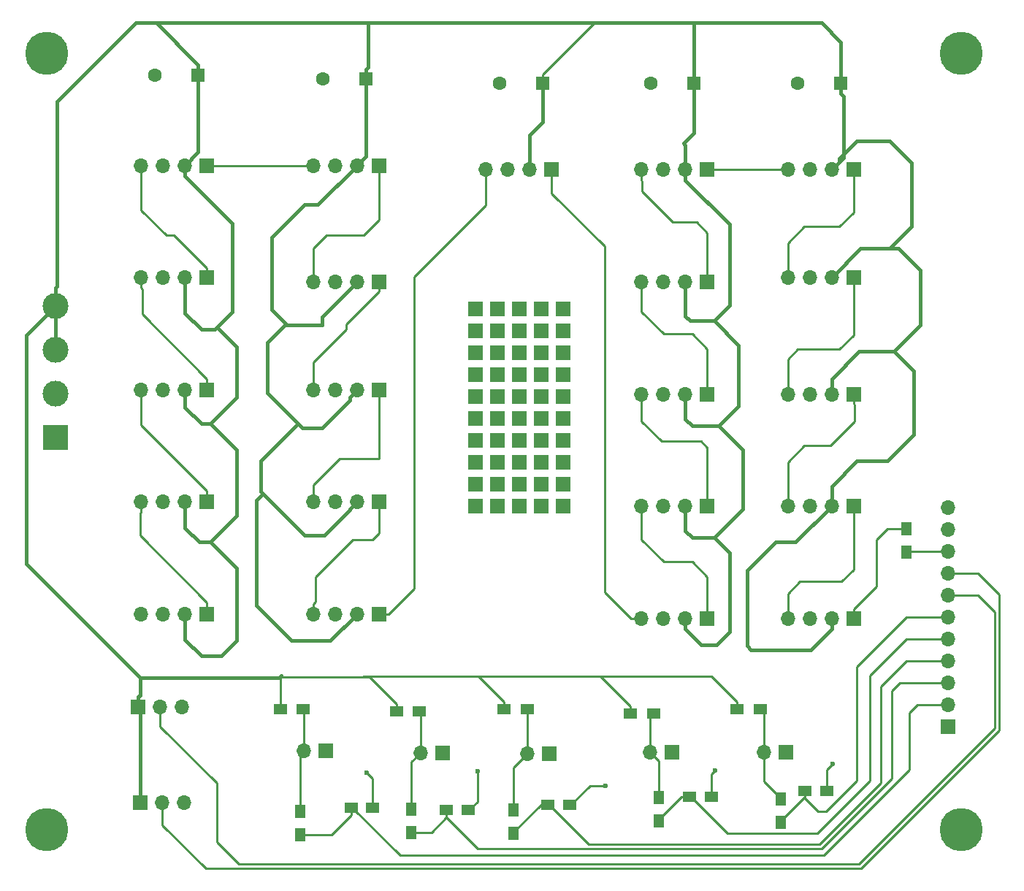
<source format=gbr>
G04 #@! TF.FileFunction,Copper,L1,Top,Signal*
%FSLAX46Y46*%
G04 Gerber Fmt 4.6, Leading zero omitted, Abs format (unit mm)*
G04 Created by KiCad (PCBNEW 4.0.7) date Wed Jun 20 13:02:34 2018*
%MOMM*%
%LPD*%
G01*
G04 APERTURE LIST*
%ADD10C,0.100000*%
%ADD11R,1.700000X1.700000*%
%ADD12O,1.700000X1.700000*%
%ADD13R,1.500000X1.250000*%
%ADD14R,1.500000X1.300000*%
%ADD15R,1.300000X1.500000*%
%ADD16R,1.600000X1.600000*%
%ADD17C,1.600000*%
%ADD18C,5.000000*%
%ADD19C,3.000000*%
%ADD20R,3.000000X3.000000*%
%ADD21C,0.600000*%
%ADD22C,0.254000*%
%ADD23C,0.381000*%
G04 APERTURE END LIST*
D10*
D11*
X104640000Y-66200000D03*
X107180000Y-66200000D03*
X107180000Y-63660000D03*
X104640000Y-63660000D03*
X109720000Y-63660000D03*
X112260000Y-63660000D03*
X112260000Y-66200000D03*
X109720000Y-66200000D03*
X114800000Y-66200000D03*
X114800000Y-63660000D03*
X104640000Y-76360000D03*
X107180000Y-76360000D03*
X107180000Y-73820000D03*
X104640000Y-73820000D03*
X109720000Y-73820000D03*
X112260000Y-73820000D03*
X112260000Y-76360000D03*
X109720000Y-76360000D03*
X114800000Y-76360000D03*
X114800000Y-73820000D03*
X114800000Y-68740000D03*
X114800000Y-71280000D03*
X109720000Y-71280000D03*
X112260000Y-71280000D03*
X112260000Y-68740000D03*
X109720000Y-68740000D03*
X104640000Y-68740000D03*
X107180000Y-68740000D03*
X107180000Y-71280000D03*
X104640000Y-71280000D03*
X104640000Y-81440000D03*
X107180000Y-81440000D03*
X107180000Y-78900000D03*
X104640000Y-78900000D03*
X109720000Y-78900000D03*
X112260000Y-78900000D03*
X112260000Y-81440000D03*
X109720000Y-81440000D03*
X114800000Y-81440000D03*
X114800000Y-78900000D03*
X114800000Y-83980000D03*
X114800000Y-86520000D03*
X109720000Y-86520000D03*
X112260000Y-86520000D03*
X112260000Y-83980000D03*
X109720000Y-83980000D03*
X104640000Y-83980000D03*
X107180000Y-83980000D03*
X107180000Y-86520000D03*
X104640000Y-86520000D03*
X131500000Y-99500000D03*
D12*
X128960000Y-99500000D03*
X126420000Y-99500000D03*
X123880000Y-99500000D03*
D13*
X90261500Y-121459000D03*
X92761500Y-121459000D03*
X101326000Y-121713000D03*
X103826000Y-121713000D03*
X113073000Y-121125500D03*
X115573000Y-121125500D03*
X129519500Y-120205000D03*
X132019500Y-120205000D03*
X142869500Y-119490500D03*
X145369500Y-119490500D03*
D11*
X73500000Y-47000000D03*
D12*
X70960000Y-47000000D03*
X68420000Y-47000000D03*
X65880000Y-47000000D03*
D11*
X73500000Y-60000000D03*
D12*
X70960000Y-60000000D03*
X68420000Y-60000000D03*
X65880000Y-60000000D03*
D11*
X73500000Y-73000000D03*
D12*
X70960000Y-73000000D03*
X68420000Y-73000000D03*
X65880000Y-73000000D03*
D11*
X73500000Y-86000000D03*
D12*
X70960000Y-86000000D03*
X68420000Y-86000000D03*
X65880000Y-86000000D03*
D11*
X87320500Y-114887500D03*
D12*
X84780500Y-114887500D03*
D11*
X100846000Y-115078000D03*
D12*
X98306000Y-115078000D03*
D11*
X93500000Y-99000000D03*
D12*
X90960000Y-99000000D03*
X88420000Y-99000000D03*
X85880000Y-99000000D03*
D11*
X93500000Y-86000000D03*
D12*
X90960000Y-86000000D03*
X88420000Y-86000000D03*
X85880000Y-86000000D03*
D11*
X93500000Y-73000000D03*
D12*
X90960000Y-73000000D03*
X88420000Y-73000000D03*
X85880000Y-73000000D03*
D11*
X93500000Y-60500000D03*
D12*
X90960000Y-60500000D03*
X88420000Y-60500000D03*
X85880000Y-60500000D03*
D11*
X113500000Y-47500000D03*
D12*
X110960000Y-47500000D03*
X108420000Y-47500000D03*
X105880000Y-47500000D03*
D11*
X113228500Y-115205000D03*
D12*
X110688500Y-115205000D03*
D11*
X131500000Y-47500000D03*
D12*
X128960000Y-47500000D03*
X126420000Y-47500000D03*
X123880000Y-47500000D03*
D11*
X131500000Y-60500000D03*
D12*
X128960000Y-60500000D03*
X126420000Y-60500000D03*
X123880000Y-60500000D03*
D11*
X131500000Y-73500000D03*
D12*
X128960000Y-73500000D03*
X126420000Y-73500000D03*
X123880000Y-73500000D03*
D11*
X131500000Y-86500000D03*
D12*
X128960000Y-86500000D03*
X126420000Y-86500000D03*
X123880000Y-86500000D03*
D11*
X127452500Y-115014500D03*
D12*
X124912500Y-115014500D03*
D11*
X148500000Y-99500000D03*
D12*
X145960000Y-99500000D03*
X143420000Y-99500000D03*
X140880000Y-99500000D03*
D11*
X148500000Y-86500000D03*
D12*
X145960000Y-86500000D03*
X143420000Y-86500000D03*
X140880000Y-86500000D03*
D11*
X148500000Y-73500000D03*
D12*
X145960000Y-73500000D03*
X143420000Y-73500000D03*
X140880000Y-73500000D03*
D11*
X148500000Y-60000000D03*
D12*
X145960000Y-60000000D03*
X143420000Y-60000000D03*
X140880000Y-60000000D03*
D11*
X140660500Y-115014500D03*
D12*
X138120500Y-115014500D03*
D11*
X65602000Y-109816000D03*
D12*
X68142000Y-109816000D03*
X70682000Y-109816000D03*
D11*
X65856000Y-120906000D03*
D12*
X68396000Y-120906000D03*
X70936000Y-120906000D03*
D11*
X159463000Y-112095000D03*
D12*
X159463000Y-109555000D03*
X159463000Y-107015000D03*
X159463000Y-104475000D03*
X159463000Y-101935000D03*
X159463000Y-99395000D03*
X159463000Y-96855000D03*
X159463000Y-94315000D03*
X159463000Y-91775000D03*
X159463000Y-89235000D03*
X159463000Y-86695000D03*
D14*
X84733500Y-109998000D03*
X82033500Y-109998000D03*
D15*
X84399500Y-124587000D03*
X84399500Y-121887000D03*
D14*
X98195500Y-110315500D03*
X95495500Y-110315500D03*
D15*
X97242000Y-124333000D03*
X97242000Y-121633000D03*
D14*
X110705000Y-110061500D03*
X108005000Y-110061500D03*
D15*
X109116000Y-124380500D03*
X109116000Y-121680500D03*
D14*
X125310000Y-110569500D03*
X122610000Y-110569500D03*
D15*
X125943500Y-122952000D03*
X125943500Y-120252000D03*
D14*
X137692500Y-110061500D03*
X134992500Y-110061500D03*
D15*
X140055500Y-123126500D03*
X140055500Y-120426500D03*
D11*
X73500000Y-99000000D03*
D12*
X70960000Y-99000000D03*
X68420000Y-99000000D03*
X65880000Y-99000000D03*
D11*
X93500000Y-47000000D03*
D12*
X90960000Y-47000000D03*
X88420000Y-47000000D03*
X85880000Y-47000000D03*
D11*
X148500000Y-47500000D03*
D12*
X145960000Y-47500000D03*
X143420000Y-47500000D03*
X140880000Y-47500000D03*
D16*
X72500000Y-36500000D03*
D17*
X67500000Y-36500000D03*
D16*
X92000000Y-37000000D03*
D17*
X87000000Y-37000000D03*
D16*
X112500000Y-37500000D03*
D17*
X107500000Y-37500000D03*
D16*
X130000000Y-37500000D03*
D17*
X125000000Y-37500000D03*
D16*
X147000000Y-37500000D03*
D17*
X142000000Y-37500000D03*
D15*
X154637000Y-91791500D03*
X154637000Y-89091500D03*
D18*
X161000000Y-34000000D03*
X55000000Y-34000000D03*
X55000000Y-124000000D03*
X161000000Y-124000000D03*
D19*
X56000000Y-73420000D03*
X56000000Y-68340000D03*
D20*
X56000000Y-78500000D03*
D19*
X56000000Y-63260000D03*
D21*
X104910000Y-117237000D03*
X92083000Y-117364000D03*
X146058000Y-116348000D03*
X132469000Y-117110000D03*
X119769000Y-118888000D03*
D22*
X154940000Y-110490000D02*
X155875000Y-109555000D01*
X155875000Y-109555000D02*
X159463000Y-109555000D01*
X154940000Y-117094000D02*
X154940000Y-110490000D01*
X145034000Y-127000000D02*
X154940000Y-117094000D01*
X95927500Y-127000000D02*
X145034000Y-127000000D01*
X90261500Y-121459000D02*
X90386500Y-121459000D01*
X90386500Y-121459000D02*
X95927500Y-127000000D01*
X84399500Y-124587000D02*
X88012500Y-124587000D01*
X88012500Y-124587000D02*
X90261500Y-122338000D01*
X90261500Y-122338000D02*
X90261500Y-121459000D01*
X152908000Y-107950000D02*
X153843000Y-107015000D01*
X153843000Y-107015000D02*
X159463000Y-107015000D01*
X152908000Y-118110000D02*
X152908000Y-107950000D01*
X144780000Y-126238000D02*
X152908000Y-118110000D01*
X104972000Y-126238000D02*
X144780000Y-126238000D01*
X101326000Y-122592000D02*
X104972000Y-126238000D01*
X97242000Y-124333000D02*
X99585000Y-124333000D01*
X99585000Y-124333000D02*
X101326000Y-122592000D01*
X101326000Y-122592000D02*
X101326000Y-121713000D01*
X151638000Y-107442000D02*
X154605000Y-104475000D01*
X154605000Y-104475000D02*
X159463000Y-104475000D01*
X151638000Y-118618000D02*
X151638000Y-107442000D01*
X144526000Y-125730000D02*
X151638000Y-118618000D01*
X117802500Y-125730000D02*
X144526000Y-125730000D01*
X113073000Y-121125500D02*
X113198000Y-121125500D01*
X113198000Y-121125500D02*
X117802500Y-125730000D01*
X109116000Y-124280500D02*
X112271000Y-121125500D01*
X109116000Y-124380500D02*
X109116000Y-124280500D01*
X112271000Y-121125500D02*
X113073000Y-121125500D01*
X150368000Y-106172000D02*
X154605000Y-101935000D01*
X154605000Y-101935000D02*
X159463000Y-101935000D01*
X150368000Y-118364000D02*
X150368000Y-106172000D01*
X144272000Y-124460000D02*
X150368000Y-118364000D01*
X133899500Y-124460000D02*
X144272000Y-124460000D01*
X129519500Y-120205000D02*
X129644500Y-120205000D01*
X129644500Y-120205000D02*
X133899500Y-124460000D01*
X125943500Y-122952000D02*
X125943500Y-122852000D01*
X125943500Y-122852000D02*
X128590500Y-120205000D01*
X128590500Y-120205000D02*
X129519500Y-120205000D01*
X148844000Y-105156000D02*
X154605000Y-99395000D01*
X154605000Y-99395000D02*
X159463000Y-99395000D01*
X148844000Y-118364000D02*
X148844000Y-105156000D01*
X145288000Y-121920000D02*
X148844000Y-118364000D01*
X144420000Y-121920000D02*
X145288000Y-121920000D01*
X142869500Y-119490500D02*
X142869500Y-120369500D01*
X142869500Y-120369500D02*
X144420000Y-121920000D01*
X140055500Y-123026500D02*
X140701500Y-122380500D01*
X140701500Y-122380500D02*
X142869500Y-120212500D01*
X140055500Y-123126500D02*
X140055500Y-123026500D01*
X142869500Y-120212500D02*
X142869500Y-119490500D01*
X85880000Y-47000000D02*
X84677919Y-47000000D01*
X84677919Y-47000000D02*
X73500000Y-47000000D01*
X68834000Y-55118000D02*
X69722000Y-55118000D01*
X69722000Y-55118000D02*
X73500000Y-58896000D01*
X73500000Y-58896000D02*
X73500000Y-60000000D01*
X65880000Y-52164000D02*
X68834000Y-55118000D01*
X65880000Y-47000000D02*
X65880000Y-52164000D01*
X65880000Y-60000000D02*
X65880000Y-61202081D01*
X65880000Y-61202081D02*
X66040000Y-61362081D01*
X73500000Y-71722000D02*
X73500000Y-73000000D01*
X66040000Y-61362081D02*
X66040000Y-64262000D01*
X66040000Y-64262000D02*
X73500000Y-71722000D01*
X65880000Y-73000000D02*
X65880000Y-77056000D01*
X65880000Y-77056000D02*
X73500000Y-84676000D01*
X73500000Y-84676000D02*
X73500000Y-86000000D01*
X84399500Y-121887000D02*
X84399500Y-115268500D01*
X84399500Y-115268500D02*
X84780500Y-114887500D01*
X84780500Y-114887500D02*
X84780500Y-110045000D01*
X84780500Y-110045000D02*
X84733500Y-109998000D01*
X97242000Y-121633000D02*
X97242000Y-116142000D01*
X97242000Y-116142000D02*
X98306000Y-115078000D01*
X98306000Y-115078000D02*
X98306000Y-110426000D01*
X98306000Y-110426000D02*
X98195500Y-110315500D01*
X97536000Y-59944000D02*
X105880000Y-51600000D01*
X105880000Y-51600000D02*
X105880000Y-47500000D01*
X97536000Y-96068000D02*
X97536000Y-59944000D01*
X93500000Y-99000000D02*
X94604000Y-99000000D01*
X94604000Y-99000000D02*
X97536000Y-96068000D01*
X92710000Y-90424000D02*
X93500000Y-89634000D01*
X93500000Y-89634000D02*
X93500000Y-86000000D01*
X90424000Y-90424000D02*
X92710000Y-90424000D01*
X86106000Y-94742000D02*
X90424000Y-90424000D01*
X86106000Y-97571919D02*
X86106000Y-94742000D01*
X85880000Y-99000000D02*
X85880000Y-97797919D01*
X85880000Y-97797919D02*
X86106000Y-97571919D01*
X93472000Y-81026000D02*
X93500000Y-80998000D01*
X93500000Y-80998000D02*
X93500000Y-73000000D01*
X88900000Y-81026000D02*
X93472000Y-81026000D01*
X85880000Y-84046000D02*
X88900000Y-81026000D01*
X85880000Y-86000000D02*
X85880000Y-84046000D01*
X89662000Y-66040000D02*
X85880000Y-69822000D01*
X85880000Y-69822000D02*
X85880000Y-73000000D01*
X89662000Y-65442000D02*
X89662000Y-66040000D01*
X93500000Y-60500000D02*
X93500000Y-61604000D01*
X93500000Y-61604000D02*
X89662000Y-65442000D01*
X123880000Y-99500000D02*
X122677919Y-99500000D01*
X122677919Y-99500000D02*
X119634000Y-96456081D01*
X119634000Y-96456081D02*
X119634000Y-56388000D01*
X119634000Y-56388000D02*
X113500000Y-50254000D01*
X113500000Y-50254000D02*
X113500000Y-47500000D01*
X110688500Y-115205000D02*
X110688500Y-110078000D01*
X110688500Y-110078000D02*
X110705000Y-110061500D01*
X109116000Y-121680500D02*
X109116000Y-116777500D01*
X109116000Y-116777500D02*
X110688500Y-115205000D01*
X131500000Y-47500000D02*
X132604000Y-47500000D01*
X132604000Y-47500000D02*
X140880000Y-47500000D01*
X130302000Y-53594000D02*
X131500000Y-54792000D01*
X131500000Y-54792000D02*
X131500000Y-60500000D01*
X127508000Y-53594000D02*
X130302000Y-53594000D01*
X123952000Y-50038000D02*
X127508000Y-53594000D01*
X123952000Y-48774081D02*
X123952000Y-50038000D01*
X123880000Y-47500000D02*
X123880000Y-48702081D01*
X123880000Y-48702081D02*
X123952000Y-48774081D01*
X129794000Y-66548000D02*
X131500000Y-68254000D01*
X131500000Y-68254000D02*
X131500000Y-73500000D01*
X126492000Y-66548000D02*
X129794000Y-66548000D01*
X123880000Y-63936000D02*
X126492000Y-66548000D01*
X123880000Y-60500000D02*
X123880000Y-63936000D01*
X130810000Y-78994000D02*
X131500000Y-79684000D01*
X131500000Y-79684000D02*
X131500000Y-86500000D01*
X126238000Y-78994000D02*
X130810000Y-78994000D01*
X123880000Y-76636000D02*
X126238000Y-78994000D01*
X123880000Y-73500000D02*
X123880000Y-76636000D01*
X124912500Y-115014500D02*
X124912500Y-110967000D01*
X124912500Y-110967000D02*
X125310000Y-110569500D01*
X125943500Y-120252000D02*
X125943500Y-116045500D01*
X125943500Y-116045500D02*
X124912500Y-115014500D01*
X151130000Y-90424000D02*
X152462500Y-89091500D01*
X152462500Y-89091500D02*
X154637000Y-89091500D01*
X151130000Y-95766000D02*
X151130000Y-90424000D01*
X148500000Y-99500000D02*
X148500000Y-98396000D01*
X148500000Y-98396000D02*
X151130000Y-95766000D01*
X147066000Y-95250000D02*
X148500000Y-93816000D01*
X148500000Y-93816000D02*
X148500000Y-86500000D01*
X142240000Y-95250000D02*
X147066000Y-95250000D01*
X140880000Y-96610000D02*
X142240000Y-95250000D01*
X140880000Y-99500000D02*
X140880000Y-96610000D01*
X142748000Y-79502000D02*
X140880000Y-81370000D01*
X140880000Y-81370000D02*
X140880000Y-86500000D01*
X145796000Y-79502000D02*
X142748000Y-79502000D01*
X148590000Y-76708000D02*
X145796000Y-79502000D01*
X148590000Y-74694000D02*
X148590000Y-76708000D01*
X148500000Y-73500000D02*
X148500000Y-74604000D01*
X148500000Y-74604000D02*
X148590000Y-74694000D01*
X146812000Y-68326000D02*
X148500000Y-66638000D01*
X148500000Y-66638000D02*
X148500000Y-60000000D01*
X141986000Y-68326000D02*
X146812000Y-68326000D01*
X140880000Y-69432000D02*
X141986000Y-68326000D01*
X140880000Y-73500000D02*
X140880000Y-69432000D01*
X138120500Y-115014500D02*
X138120500Y-110489500D01*
X138120500Y-110489500D02*
X137692500Y-110061500D01*
X140055500Y-120426500D02*
X140055500Y-120326500D01*
X140055500Y-120326500D02*
X138120500Y-118391500D01*
X138120500Y-118391500D02*
X138120500Y-116216581D01*
X138120500Y-116216581D02*
X138120500Y-115014500D01*
X140055500Y-119724500D02*
X140055500Y-120426500D01*
X164846000Y-98806000D02*
X162895000Y-96855000D01*
X162895000Y-96855000D02*
X159463000Y-96855000D01*
X164846000Y-112268000D02*
X164846000Y-98806000D01*
X149098000Y-128016000D02*
X164846000Y-112268000D01*
X77216000Y-128016000D02*
X149098000Y-128016000D01*
X74676000Y-125476000D02*
X77216000Y-128016000D01*
X74676000Y-118618000D02*
X74676000Y-125476000D01*
X68142000Y-112084000D02*
X74676000Y-118618000D01*
X68142000Y-109816000D02*
X68142000Y-112084000D01*
X165354000Y-96774000D02*
X162895000Y-94315000D01*
X162895000Y-94315000D02*
X159463000Y-94315000D01*
X165354000Y-112522000D02*
X165354000Y-96774000D01*
X149352000Y-128524000D02*
X165354000Y-112522000D01*
X73406000Y-128524000D02*
X149352000Y-128524000D01*
X68396000Y-123514000D02*
X73406000Y-128524000D01*
X68396000Y-120906000D02*
X68396000Y-123514000D01*
X103826000Y-121713000D02*
X103951000Y-121713000D01*
X103951000Y-121713000D02*
X104910000Y-120754000D01*
X104910000Y-120754000D02*
X104910000Y-117237000D01*
X92761500Y-121459000D02*
X92761500Y-118042500D01*
X92761500Y-118042500D02*
X92083000Y-117364000D01*
X145369500Y-119490500D02*
X145369500Y-117036500D01*
X145369500Y-117036500D02*
X146058000Y-116348000D01*
X132019500Y-120205000D02*
X132019500Y-117559500D01*
X132019500Y-117559500D02*
X132469000Y-117110000D01*
X115573000Y-121125500D02*
X115698000Y-121125500D01*
X115698000Y-121125500D02*
X117935500Y-118888000D01*
X117935500Y-118888000D02*
X119769000Y-118888000D01*
X112500000Y-37500000D02*
X112500000Y-36446000D01*
X112500000Y-36446000D02*
X118466000Y-30480000D01*
X118466000Y-30480000D02*
X130048000Y-30480000D01*
D23*
X65856000Y-120906000D02*
X65856000Y-110070000D01*
X65856000Y-110070000D02*
X65602000Y-109816000D01*
X65602000Y-109816000D02*
X65602000Y-108585000D01*
X65602000Y-108585000D02*
X65786000Y-108401000D01*
X65786000Y-108401000D02*
X65786000Y-106426000D01*
D22*
X82304000Y-106315000D02*
X82161000Y-106172000D01*
X82161000Y-106172000D02*
X82033500Y-106044500D01*
D23*
X65786000Y-106426000D02*
X81907000Y-106426000D01*
X81907000Y-106426000D02*
X82161000Y-106172000D01*
X52578000Y-93218000D02*
X65786000Y-106426000D01*
X52578000Y-66682000D02*
X52578000Y-93218000D01*
X56000000Y-63260000D02*
X52578000Y-66682000D01*
X76962000Y-102108000D02*
X76962000Y-93726000D01*
X76962000Y-93726000D02*
X73914000Y-90678000D01*
X75184000Y-103886000D02*
X76962000Y-102108000D01*
X72898000Y-103886000D02*
X75184000Y-103886000D01*
X70960000Y-101948000D02*
X72898000Y-103886000D01*
X70960000Y-99000000D02*
X70960000Y-101948000D01*
X76962000Y-87630000D02*
X76962000Y-80010000D01*
X76962000Y-80010000D02*
X73914000Y-76962000D01*
X73914000Y-90678000D02*
X76962000Y-87630000D01*
X72644000Y-90678000D02*
X73914000Y-90678000D01*
X70960000Y-88994000D02*
X72644000Y-90678000D01*
X70960000Y-86000000D02*
X70960000Y-88994000D01*
X76454000Y-64008000D02*
X74676000Y-65786000D01*
X74676000Y-65786000D02*
X74422000Y-66040000D01*
X76962000Y-73914000D02*
X76962000Y-68072000D01*
X76962000Y-68072000D02*
X74676000Y-65786000D01*
X73914000Y-76962000D02*
X76962000Y-73914000D01*
X72898000Y-76962000D02*
X73914000Y-76962000D01*
X70960000Y-75024000D02*
X72898000Y-76962000D01*
X70960000Y-73000000D02*
X70960000Y-75024000D01*
X70960000Y-47000000D02*
X70960000Y-48202081D01*
X70960000Y-48202081D02*
X76454000Y-53696081D01*
X76454000Y-53696081D02*
X76454000Y-64008000D01*
X74422000Y-66040000D02*
X72898000Y-66040000D01*
X72898000Y-66040000D02*
X70960000Y-64102000D01*
X70960000Y-64102000D02*
X70960000Y-60000000D01*
X84836000Y-89916000D02*
X80010000Y-85090000D01*
X79248000Y-98044000D02*
X79248000Y-85852000D01*
X80010000Y-85090000D02*
X79756000Y-84836000D01*
X79248000Y-85852000D02*
X80010000Y-85090000D01*
X83312000Y-102108000D02*
X79248000Y-98044000D01*
X87852000Y-102108000D02*
X83312000Y-102108000D01*
X90960000Y-99000000D02*
X87852000Y-102108000D01*
X84582000Y-77470000D02*
X84074000Y-76962000D01*
X84074000Y-76962000D02*
X80518000Y-73406000D01*
X79756000Y-84836000D02*
X79756000Y-81280000D01*
X79756000Y-81280000D02*
X84074000Y-76962000D01*
X87122000Y-89916000D02*
X84836000Y-89916000D01*
X90110001Y-86927999D02*
X87122000Y-89916000D01*
X90960000Y-86000000D02*
X90110001Y-86849999D01*
X90110001Y-86849999D02*
X90110001Y-86927999D01*
X80518000Y-67564000D02*
X82550000Y-65532000D01*
X82550000Y-65532000D02*
X82804000Y-65532000D01*
X80518000Y-73406000D02*
X80518000Y-67564000D01*
X86868000Y-77470000D02*
X84582000Y-77470000D01*
X90110001Y-74227999D02*
X86868000Y-77470000D01*
X90960000Y-73000000D02*
X90110001Y-73849999D01*
X90110001Y-73849999D02*
X90110001Y-74227999D01*
X86868000Y-65532000D02*
X86868000Y-64592000D01*
X86868000Y-64592000D02*
X90960000Y-60500000D01*
X82804000Y-65532000D02*
X86868000Y-65532000D01*
X81026000Y-63754000D02*
X82804000Y-65532000D01*
X81026000Y-55372000D02*
X81026000Y-63754000D01*
X84836000Y-51562000D02*
X81026000Y-55372000D01*
X86398000Y-51562000D02*
X84836000Y-51562000D01*
X90960000Y-47000000D02*
X86398000Y-51562000D01*
X134112000Y-101092000D02*
X134112000Y-91948000D01*
X134112000Y-91948000D02*
X132334000Y-90170000D01*
X132588000Y-102616000D02*
X134112000Y-101092000D01*
X130873919Y-102616000D02*
X132588000Y-102616000D01*
X128960000Y-99500000D02*
X128960000Y-100702081D01*
X128960000Y-100702081D02*
X130873919Y-102616000D01*
X135636000Y-86868000D02*
X135636000Y-80010000D01*
X135636000Y-80010000D02*
X132842000Y-77216000D01*
X132334000Y-90170000D02*
X135636000Y-86868000D01*
X129794000Y-90170000D02*
X132334000Y-90170000D01*
X128960000Y-89336000D02*
X129794000Y-90170000D01*
X128960000Y-86500000D02*
X128960000Y-89336000D01*
X135128000Y-74930000D02*
X135128000Y-67830162D01*
X135128000Y-67830162D02*
X132321838Y-65024000D01*
X132842000Y-77216000D02*
X135128000Y-74930000D01*
X129794000Y-77216000D02*
X132842000Y-77216000D01*
X128960000Y-76382000D02*
X129794000Y-77216000D01*
X128960000Y-73500000D02*
X128960000Y-76382000D01*
X129540000Y-65024000D02*
X128960000Y-64444000D01*
X128960000Y-64444000D02*
X128960000Y-60500000D01*
X132321838Y-65024000D02*
X129540000Y-65024000D01*
X134105919Y-63239919D02*
X132321838Y-65024000D01*
X134105919Y-53848000D02*
X134105919Y-63239919D01*
X128960000Y-47500000D02*
X128960000Y-48702081D01*
X128960000Y-48702081D02*
X134105919Y-53848000D01*
X139446000Y-90678000D02*
X141782000Y-90678000D01*
X141782000Y-90678000D02*
X145960000Y-86500000D01*
X136144000Y-93980000D02*
X139446000Y-90678000D01*
X136144000Y-102672162D02*
X136144000Y-93980000D01*
X136623919Y-103152081D02*
X136144000Y-102672162D01*
X143510000Y-103152081D02*
X136623919Y-103152081D01*
X145960000Y-99500000D02*
X145960000Y-100702081D01*
X145960000Y-100702081D02*
X143510000Y-103152081D01*
X155448000Y-78232000D02*
X155448000Y-70866000D01*
X155448000Y-70866000D02*
X153162000Y-68580000D01*
X152400000Y-81280000D02*
X155448000Y-78232000D01*
X148844000Y-81280000D02*
X152400000Y-81280000D01*
X145960000Y-84164000D02*
X148844000Y-81280000D01*
X145960000Y-86500000D02*
X145960000Y-84164000D01*
X156210000Y-59182000D02*
X153670000Y-56642000D01*
X153670000Y-56642000D02*
X152654000Y-56642000D01*
X156210000Y-65532000D02*
X156210000Y-59182000D01*
X153162000Y-68580000D02*
X156210000Y-65532000D01*
X149098000Y-68580000D02*
X153162000Y-68580000D01*
X145960000Y-71718000D02*
X149098000Y-68580000D01*
X145960000Y-73500000D02*
X145960000Y-71718000D01*
X152654000Y-56642000D02*
X149318000Y-56642000D01*
X149318000Y-56642000D02*
X145960000Y-60000000D01*
X155194000Y-54102000D02*
X152654000Y-56642000D01*
X155194000Y-46736000D02*
X155194000Y-54102000D01*
X152654000Y-44196000D02*
X155194000Y-46736000D01*
X148844000Y-44196000D02*
X152654000Y-44196000D01*
X146809999Y-46230001D02*
X148844000Y-44196000D01*
X145960000Y-47500000D02*
X146809999Y-46650001D01*
X146809999Y-46650001D02*
X146809999Y-46230001D01*
X147320000Y-39001000D02*
X147320000Y-46140000D01*
X147320000Y-46140000D02*
X145960000Y-47500000D01*
X147000000Y-37500000D02*
X147000000Y-38681000D01*
X147000000Y-38681000D02*
X147320000Y-39001000D01*
X128778000Y-44450000D02*
X128960000Y-44632000D01*
X128960000Y-44632000D02*
X128960000Y-47500000D01*
X130000000Y-43228000D02*
X128778000Y-44450000D01*
X130000000Y-37500000D02*
X130000000Y-43228000D01*
X112500000Y-41932000D02*
X110960000Y-43472000D01*
X110960000Y-43472000D02*
X110960000Y-47500000D01*
X112500000Y-37500000D02*
X112500000Y-41932000D01*
X56000000Y-68340000D02*
X56000000Y-66218680D01*
X56000000Y-66218680D02*
X56000000Y-63260000D01*
X72500000Y-36500000D02*
X72500000Y-45460000D01*
X72500000Y-45460000D02*
X70960000Y-47000000D01*
X92000000Y-37000000D02*
X92000000Y-45960000D01*
X92000000Y-45960000D02*
X90960000Y-47000000D01*
X92202000Y-30480000D02*
X130048000Y-30480000D01*
X130048000Y-30480000D02*
X144780000Y-30480000D01*
X130000000Y-37500000D02*
X130000000Y-30528000D01*
X130000000Y-30528000D02*
X130048000Y-30480000D01*
X65278000Y-30480000D02*
X92202000Y-30480000D01*
X92000000Y-37000000D02*
X92000000Y-35819000D01*
X92000000Y-35819000D02*
X92202000Y-35617000D01*
X92202000Y-35617000D02*
X92202000Y-30480000D01*
X72500000Y-36500000D02*
X72500000Y-35319000D01*
X72500000Y-35319000D02*
X67661000Y-30480000D01*
X67661000Y-30480000D02*
X65278000Y-30480000D01*
X56000000Y-63260000D02*
X56000000Y-61138680D01*
X56000000Y-61138680D02*
X56134000Y-61004680D01*
X56134000Y-39624000D02*
X65278000Y-30480000D01*
X147000000Y-32700000D02*
X147000000Y-37500000D01*
X56134000Y-61004680D02*
X56134000Y-39624000D01*
X144780000Y-30480000D02*
X147000000Y-32700000D01*
D22*
X132023000Y-106188000D02*
X131707000Y-106188000D01*
X131707000Y-106188000D02*
X118880000Y-106188000D01*
X119132500Y-106188000D02*
X118880000Y-106188000D01*
X118880000Y-106188000D02*
X104910000Y-106188000D01*
X134992500Y-110061500D02*
X134992500Y-109157500D01*
X134992500Y-109157500D02*
X132023000Y-106188000D01*
X105035500Y-106188000D02*
X104910000Y-106188000D01*
X104910000Y-106188000D02*
X91702000Y-106188000D01*
X122610000Y-110569500D02*
X122610000Y-109665500D01*
X122610000Y-109665500D02*
X119132500Y-106188000D01*
X92399000Y-106315000D02*
X91575000Y-106315000D01*
X91575000Y-106315000D02*
X82304000Y-106315000D01*
X91702000Y-106188000D02*
X91575000Y-106315000D01*
X108005000Y-110061500D02*
X108005000Y-109157500D01*
X108005000Y-109157500D02*
X105035500Y-106188000D01*
X95495500Y-110315500D02*
X95495500Y-109411500D01*
X95495500Y-109411500D02*
X92399000Y-106315000D01*
X82033500Y-106044500D02*
X82033500Y-109998000D01*
D23*
X108005000Y-110061500D02*
X108105000Y-110061500D01*
D22*
X65880000Y-86000000D02*
X65880000Y-87202081D01*
X65880000Y-87202081D02*
X65786000Y-87296081D01*
X65786000Y-87296081D02*
X65786000Y-89916000D01*
X65786000Y-89916000D02*
X73500000Y-97630000D01*
X73500000Y-97630000D02*
X73500000Y-99000000D01*
X91694000Y-55118000D02*
X93500000Y-53312000D01*
X93500000Y-53312000D02*
X93500000Y-47000000D01*
X87376000Y-55118000D02*
X91694000Y-55118000D01*
X85852000Y-56642000D02*
X87376000Y-55118000D01*
X85852000Y-59269919D02*
X85852000Y-56642000D01*
X85880000Y-60500000D02*
X85880000Y-59297919D01*
X85880000Y-59297919D02*
X85852000Y-59269919D01*
X129794000Y-92964000D02*
X131500000Y-94670000D01*
X131500000Y-94670000D02*
X131500000Y-99500000D01*
X126492000Y-92964000D02*
X129794000Y-92964000D01*
X123880000Y-90352000D02*
X126492000Y-92964000D01*
X123880000Y-86500000D02*
X123880000Y-90352000D01*
X146812000Y-54102000D02*
X148500000Y-52414000D01*
X148500000Y-52414000D02*
X148500000Y-47500000D01*
X142748000Y-54102000D02*
X146812000Y-54102000D01*
X140880000Y-55970000D02*
X142748000Y-54102000D01*
X140880000Y-60000000D02*
X140880000Y-55970000D01*
X159463000Y-91775000D02*
X154653500Y-91775000D01*
X154653500Y-91775000D02*
X154637000Y-91791500D01*
M02*

</source>
